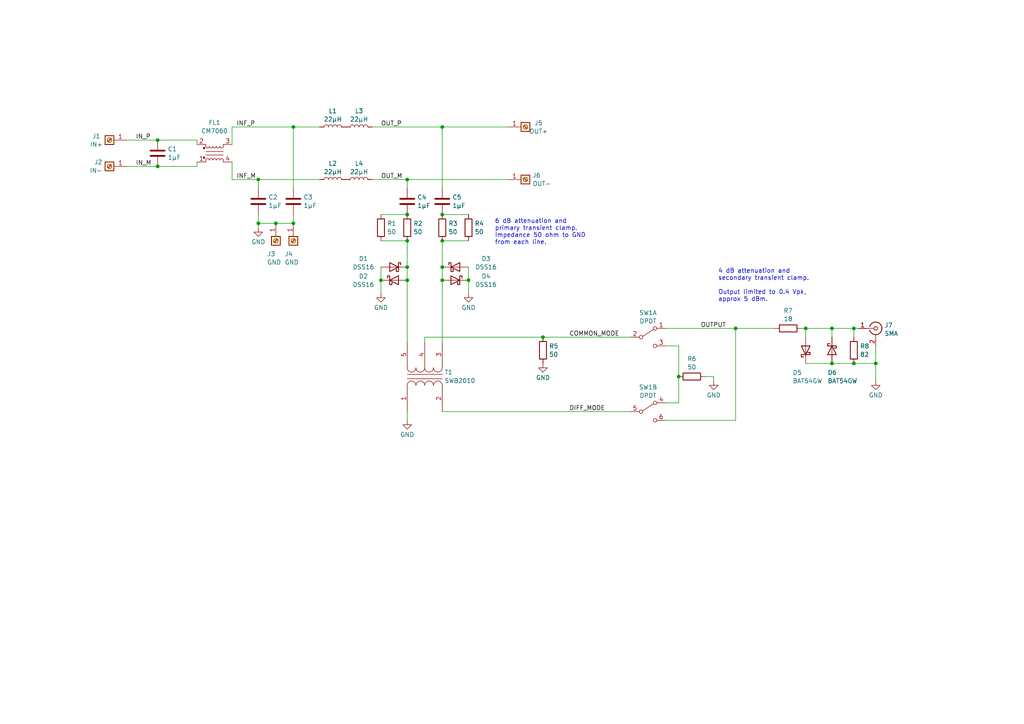
<source format=kicad_sch>
(kicad_sch (version 20230121) (generator eeschema)
  (paper "A4")
  (lib_symbols
    (symbol "Connector:Conn_Coaxial" (pin_names (offset 1.016) hide)
      (property "Reference" "J" (at 0.254 3.048 0))
      (property "Value" "Conn_Coaxial" (at 2.921 0 90))
      (symbol "Conn_Coaxial_0_1"
        (arc (start -1.778 -0.508) (mid 0.2311 -1.8066) (end 1.778 0) (stroke (width 0.254)))
        (polyline (pts (xy -2.54 0) (xy -0.508 0)))
        (polyline (pts (xy 0 -2.54) (xy 0 -1.778)))
        (circle (center 0 0) (radius 0.508) (stroke (width 0.2032)))
        (arc (start 1.778 0) (mid 0.2099 1.8101) (end -1.778 0.508) (stroke (width 0.254)))
      )
      (symbol "Conn_Coaxial_1_1"
        (pin passive line (at -5.08 0 0) (length 2.54) (name "In") (number "1"))
        (pin passive line (at 0 -5.08 90) (length 2.54) (name "Ext") (number "2"))
      )
    )
    (symbol "Connector:Screw_Terminal_01x01" (pin_names (offset 1.016) hide)
      (property "Reference" "J" (at 0 2.54 0))
      (property "Value" "Screw_Terminal_01x01" (at 0 -2.54 0))
      (symbol "Screw_Terminal_01x01_1_1"
        (rectangle (start -1.27 1.27) (end 1.27 -1.27) (stroke (width 0.254)) (fill (type background)))
        (polyline (pts (xy -0.5334 0.3302) (xy 0.3302 -0.508)) (stroke (width 0.1524)))
        (polyline (pts (xy -0.3556 0.508) (xy 0.508 -0.3302)) (stroke (width 0.1524)))
        (circle (center 0 0) (radius 0.635) (stroke (width 0.1524)))
        (pin passive line (at -5.08 0 0) (length 3.81) (name "Pin_1") (number "1"))
      )
    )
    (symbol "Device:C" (pin_numbers hide) (pin_names (offset 0.254))
      (property "Reference" "C" (at 0.635 2.54 0))
      (property "Value" "C" (at 0.635 -2.54 0))
      (symbol "C_0_1"
        (polyline (pts (xy -2.032 -0.762) (xy 2.032 -0.762)) (stroke (width 0.508)))
        (polyline (pts (xy -2.032 0.762) (xy 2.032 0.762)) (stroke (width 0.508)))
      )
      (symbol "C_1_1"
        (pin passive line (at 0 3.81 270) (length 2.794) (name "~") (number "1"))
        (pin passive line (at 0 -3.81 90) (length 2.794) (name "~") (number "2"))
      )
    )
    (symbol "Device:D_Schottky" (pin_numbers hide) (pin_names (offset 1.016) hide)
      (property "Reference" "D" (at 0 2.54 0))
      (property "Value" "D_Schottky" (at 0 -2.54 0))
      (symbol "D_Schottky_0_1"
        (polyline (pts (xy 1.27 0) (xy -1.27 0)))
        (polyline (pts (xy 1.27 1.27) (xy 1.27 -1.27) (xy -1.27 0) (xy 1.27 1.27)) (stroke (width 0.254)))
        (polyline (pts (xy -1.905 0.635) (xy -1.905 1.27) (xy -1.27 1.27) (xy -1.27 -1.27) (xy -0.635 -1.27) (xy -0.635 -0.635)) (stroke (width 0.254)))
      )
      (symbol "D_Schottky_1_1"
        (pin passive line (at -3.81 0 0) (length 2.54) (name "K") (number "1"))
        (pin passive line (at 3.81 0 180) (length 2.54) (name "A") (number "2"))
      )
    )
    (symbol "Device:Filter_EMI_LL_1423" (pin_names hide)
      (property "Reference" "FL" (at 0 4.445 0))
      (property "Value" "Filter_EMI_LL_1423" (at 0 -4.445 0))
      (symbol "Filter_EMI_LL_1423_0_1"
        (circle (center -3.048 -1.27) (radius 0.254) (fill (type outline)))
        (circle (center -3.048 1.524) (radius 0.254) (fill (type outline)))
        (arc (start -2.54 2.032) (mid -2.032 1.5262) (end -1.524 2.032))
        (arc (start -1.524 -2.032) (mid -2.032 -1.5262) (end -2.54 -2.032))
        (arc (start -1.524 2.032) (mid -1.016 1.5262) (end -0.508 2.032))
        (arc (start -0.508 -2.032) (mid -1.016 -1.5262) (end -1.524 -2.032))
        (arc (start -0.508 2.032) (mid 0 1.5262) (end 0.508 2.032))
        (polyline (pts (xy -2.54 -2.032) (xy -2.54 -2.54)))
        (polyline (pts (xy -2.54 0.508) (xy 2.54 0.508)))
        (polyline (pts (xy -2.54 2.032) (xy -2.54 2.54)))
        (polyline (pts (xy 2.54 -2.032) (xy 2.54 -2.54)))
        (polyline (pts (xy 2.54 -0.508) (xy -2.54 -0.508)))
        (polyline (pts (xy 2.54 2.54) (xy 2.54 2.032)))
        (arc (start 0.508 -2.032) (mid 0 -1.5262) (end -0.508 -2.032))
        (arc (start 0.508 2.032) (mid 1.016 1.5262) (end 1.524 2.032))
        (arc (start 1.524 -2.032) (mid 1.016 -1.5262) (end 0.508 -2.032))
        (arc (start 1.524 2.032) (mid 2.032 1.5262) (end 2.54 2.032))
        (arc (start 2.54 -2.032) (mid 2.032 -1.5262) (end 1.524 -2.032))
      )
      (symbol "Filter_EMI_LL_1423_1_1"
        (pin passive line (at -5.08 -2.54 0) (length 2.54) (name "1") (number "1"))
        (pin passive line (at -5.08 2.54 0) (length 2.54) (name "2") (number "2"))
        (pin passive line (at 5.08 2.54 180) (length 2.54) (name "3") (number "3"))
        (pin passive line (at 5.08 -2.54 180) (length 2.54) (name "4") (number "4"))
      )
    )
    (symbol "Device:L" (pin_numbers hide) (pin_names (offset 1.016) hide)
      (property "Reference" "L" (at -1.27 0 90))
      (property "Value" "L" (at 1.905 0 90))
      (symbol "L_0_1"
        (arc (start 0 -2.54) (mid 0.6323 -1.905) (end 0 -1.27))
        (arc (start 0 -1.27) (mid 0.6323 -0.635) (end 0 0))
        (arc (start 0 0) (mid 0.6323 0.635) (end 0 1.27))
        (arc (start 0 1.27) (mid 0.6323 1.905) (end 0 2.54))
      )
      (symbol "L_1_1"
        (pin passive line (at 0 3.81 270) (length 1.27) (name "1") (number "1"))
        (pin passive line (at 0 -3.81 90) (length 1.27) (name "2") (number "2"))
      )
    )
    (symbol "Device:R" (pin_numbers hide) (pin_names (offset 0))
      (property "Reference" "R" (at 2.032 0 90))
      (property "Value" "R" (at 0 0 90))
      (symbol "R_0_1"
        (rectangle (start -1.016 -2.54) (end 1.016 2.54) (stroke (width 0.254)))
      )
      (symbol "R_1_1"
        (pin passive line (at 0 3.81 270) (length 1.27) (name "~") (number "1"))
        (pin passive line (at 0 -3.81 90) (length 1.27) (name "~") (number "2"))
      )
    )
    (symbol "Device:Transformer_1P_SS" (pin_names (offset 1.016) hide)
      (property "Reference" "T" (at 0 6.35 0))
      (property "Value" "Transformer_1P_SS" (at 0 -7.62 0))
      (symbol "Transformer_1P_SS_0_1"
        (arc (start -2.54 -5.0546) (mid -1.6599 -4.6901) (end -1.27 -3.81))
        (arc (start -2.54 -2.5146) (mid -1.6599 -2.1501) (end -1.27 -1.27))
        (arc (start -2.54 0.0254) (mid -1.6599 0.3899) (end -1.27 1.27))
        (arc (start -2.54 2.5654) (mid -1.6599 2.9299) (end -1.27 3.81))
        (arc (start -1.27 -3.81) (mid -1.642 -2.912) (end -2.54 -2.54))
        (arc (start -1.27 -1.27) (mid -1.642 -0.372) (end -2.54 0))
        (arc (start -1.27 1.27) (mid -1.642 2.168) (end -2.54 2.54))
        (arc (start -1.27 3.81) (mid -1.642 4.708) (end -2.54 5.08))
        (polyline (pts (xy -0.635 5.08) (xy -0.635 -5.08)))
        (polyline (pts (xy 0.635 -5.08) (xy 0.635 5.08)))
        (arc (start 1.2954 -1.27) (mid 1.6599 -2.1501) (end 2.54 -2.5146))
        (arc (start 1.2954 1.27) (mid 1.6599 0.3899) (end 2.54 0.0254))
        (arc (start 1.2954 3.81) (mid 1.6599 2.9299) (end 2.54 2.5654))
        (arc (start 1.3208 -3.81) (mid 1.6853 -4.6901) (end 2.5654 -5.0546))
        (arc (start 2.54 0) (mid 1.642 -0.372) (end 1.2954 -1.27))
        (arc (start 2.54 2.54) (mid 1.642 2.168) (end 1.2954 1.27))
        (arc (start 2.54 5.08) (mid 1.642 4.708) (end 1.2954 3.81))
        (arc (start 2.5654 -2.54) (mid 1.6674 -2.912) (end 1.3208 -3.81))
      )
      (symbol "Transformer_1P_SS_1_1"
        (pin passive line (at -10.16 5.08 0) (length 7.62) (name "AA") (number "1"))
        (pin passive line (at -10.16 -5.08 0) (length 7.62) (name "AB") (number "2"))
        (pin passive line (at 10.16 -5.08 180) (length 7.62) (name "SA") (number "3"))
        (pin passive line (at 10.16 0 180) (length 7.62) (name "SC") (number "4"))
        (pin passive line (at 10.16 5.08 180) (length 7.62) (name "SB") (number "5"))
      )
    )
    (symbol "Switch:SW_DPDT_x2" (pin_names (offset 0) hide)
      (property "Reference" "SW" (at 0 4.318 0))
      (property "Value" "SW_DPDT_x2" (at 0 -5.08 0))
      (symbol "SW_DPDT_x2_0_0"
        (circle (center -2.032 0) (radius 0.508))
        (circle (center 2.032 -2.54) (radius 0.508))
      )
      (symbol "SW_DPDT_x2_0_1"
        (polyline (pts (xy -1.524 0.254) (xy 1.651 2.286)))
        (circle (center 2.032 2.54) (radius 0.508))
      )
      (symbol "SW_DPDT_x2_1_1"
        (pin passive line (at 5.08 2.54 180) (length 2.54) (name "A") (number "1"))
        (pin passive line (at -5.08 0 0) (length 2.54) (name "B") (number "2"))
        (pin passive line (at 5.08 -2.54 180) (length 2.54) (name "C") (number "3"))
      )
      (symbol "SW_DPDT_x2_2_1"
        (pin passive line (at 5.08 2.54 180) (length 2.54) (name "A") (number "4"))
        (pin passive line (at -5.08 0 0) (length 2.54) (name "B") (number "5"))
        (pin passive line (at 5.08 -2.54 180) (length 2.54) (name "C") (number "6"))
      )
    )
    (symbol "power:GND" (power) (pin_names (offset 0))
      (property "Value" "GND" (at 0 -3.81 0))
      (symbol "GND_0_1"
        (polyline (pts (xy 0 0) (xy 0 -1.27) (xy 1.27 -1.27) (xy 0 -2.54) (xy -1.27 -1.27) (xy 0 -1.27)))
      )
      (symbol "GND_1_1"
        (pin power_in line (at 0 0 270) (length 0) hide (name "GND") (number "1"))
      )
    )
  )
  (junction (at 213.36 95.25))
  (junction (at 128.27 62.23))
  (junction (at 45.72 48.26))
  (junction (at 74.93 64.77))
  (junction (at 128.27 69.85))
  (junction (at 254 105.41))
  (junction (at 110.49 81.28))
  (junction (at 85.09 64.77))
  (junction (at 118.11 62.23))
  (junction (at 233.68 95.25))
  (junction (at 45.72 40.64))
  (junction (at 157.48 97.79))
  (junction (at 118.11 52.07))
  (junction (at 85.09 36.83))
  (junction (at 247.65 105.41))
  (junction (at 128.27 77.47))
  (junction (at 80.01 64.77))
  (junction (at 118.11 69.85))
  (junction (at 241.3 95.25))
  (junction (at 74.93 52.07))
  (junction (at 247.65 95.25))
  (junction (at 135.89 81.28))
  (junction (at 241.3 105.41))
  (junction (at 118.11 81.28))
  (junction (at 196.85 109.22))
  (junction (at 128.27 81.28))
  (junction (at 128.27 36.83))
  (junction (at 118.11 77.47))
  (wire (pts (xy 128.27 36.83) (xy 147.32 36.83)))
  (wire (pts (xy 107.95 52.07) (xy 118.11 52.07)))
  (wire (pts (xy 74.93 64.77) (xy 74.93 66.04)))
  (wire (pts (xy 232.41 95.25) (xy 233.68 95.25)))
  (wire (pts (xy 67.31 36.83) (xy 85.09 36.83)))
  (wire (pts (xy 118.11 77.47) (xy 118.11 81.28)))
  (wire (pts (xy 85.09 36.83) (xy 92.71 36.83)))
  (wire (pts (xy 128.27 69.85) (xy 128.27 77.47)))
  (wire (pts (xy 135.89 77.47) (xy 135.89 81.28)))
  (wire (pts (xy 128.27 62.23) (xy 135.89 62.23)))
  (wire (pts (xy 247.65 105.41) (xy 254 105.41)))
  (wire (pts (xy 241.3 95.25) (xy 247.65 95.25)))
  (wire (pts (xy 135.89 81.28) (xy 135.89 85.09)))
  (wire (pts (xy 193.04 121.92) (xy 213.36 121.92)))
  (wire (pts (xy 128.27 69.85) (xy 135.89 69.85)))
  (wire (pts (xy 45.72 48.26) (xy 36.83 48.26)))
  (wire (pts (xy 123.19 97.79) (xy 123.19 99.06)))
  (wire (pts (xy 110.49 69.85) (xy 118.11 69.85)))
  (wire (pts (xy 118.11 119.38) (xy 118.11 121.92)))
  (wire (pts (xy 193.04 95.25) (xy 213.36 95.25)))
  (wire (pts (xy 254 110.49) (xy 254 105.41)))
  (wire (pts (xy 207.01 109.22) (xy 204.47 109.22)))
  (wire (pts (xy 45.72 40.64) (xy 57.15 40.64)))
  (wire (pts (xy 118.11 52.07) (xy 118.11 54.61)))
  (wire (pts (xy 157.48 97.79) (xy 123.19 97.79)))
  (wire (pts (xy 247.65 95.25) (xy 248.92 95.25)))
  (wire (pts (xy 118.11 69.85) (xy 118.11 77.47)))
  (wire (pts (xy 57.15 46.99) (xy 57.15 48.26)))
  (wire (pts (xy 107.95 36.83) (xy 128.27 36.83)))
  (wire (pts (xy 80.01 64.77) (xy 85.09 64.77)))
  (wire (pts (xy 233.68 105.41) (xy 241.3 105.41)))
  (wire (pts (xy 74.93 64.77) (xy 80.01 64.77)))
  (wire (pts (xy 67.31 46.99) (xy 67.31 52.07)))
  (wire (pts (xy 247.65 95.25) (xy 247.65 97.79)))
  (wire (pts (xy 196.85 116.84) (xy 193.04 116.84)))
  (wire (pts (xy 74.93 62.23) (xy 74.93 64.77)))
  (wire (pts (xy 128.27 81.28) (xy 128.27 99.06)))
  (wire (pts (xy 207.01 110.49) (xy 207.01 109.22)))
  (wire (pts (xy 118.11 81.28) (xy 118.11 99.06)))
  (wire (pts (xy 67.31 52.07) (xy 74.93 52.07)))
  (wire (pts (xy 110.49 77.47) (xy 110.49 81.28)))
  (wire (pts (xy 233.68 95.25) (xy 233.68 97.79)))
  (wire (pts (xy 241.3 105.41) (xy 247.65 105.41)))
  (wire (pts (xy 213.36 95.25) (xy 213.36 121.92)))
  (wire (pts (xy 233.68 95.25) (xy 241.3 95.25)))
  (wire (pts (xy 85.09 36.83) (xy 85.09 54.61)))
  (wire (pts (xy 57.15 48.26) (xy 45.72 48.26)))
  (wire (pts (xy 36.83 40.64) (xy 45.72 40.64)))
  (wire (pts (xy 128.27 119.38) (xy 182.88 119.38)))
  (wire (pts (xy 85.09 64.77) (xy 85.09 62.23)))
  (wire (pts (xy 193.04 100.33) (xy 196.85 100.33)))
  (wire (pts (xy 74.93 52.07) (xy 92.71 52.07)))
  (wire (pts (xy 254 105.41) (xy 254 100.33)))
  (wire (pts (xy 224.79 95.25) (xy 213.36 95.25)))
  (wire (pts (xy 196.85 100.33) (xy 196.85 109.22)))
  (wire (pts (xy 241.3 95.25) (xy 241.3 97.79)))
  (wire (pts (xy 128.27 36.83) (xy 128.27 54.61)))
  (wire (pts (xy 57.15 40.64) (xy 57.15 41.91)))
  (wire (pts (xy 196.85 109.22) (xy 196.85 116.84)))
  (wire (pts (xy 67.31 41.91) (xy 67.31 36.83)))
  (wire (pts (xy 118.11 52.07) (xy 147.32 52.07)))
  (wire (pts (xy 182.88 97.79) (xy 157.48 97.79)))
  (wire (pts (xy 74.93 52.07) (xy 74.93 54.61)))
  (wire (pts (xy 110.49 81.28) (xy 110.49 85.09)))
  (wire (pts (xy 128.27 77.47) (xy 128.27 81.28)))
  (wire (pts (xy 110.49 62.23) (xy 118.11 62.23)))
  (text "4 dB attenuation and\nsecondary transient clamp.\n\nOutput limited to 0.4 Vpk,\napprox 5 dBm." (at 208.28 87.63 0) (effects (font (size 1.27 1.27)) (justify left bottom)))
  (text "6 dB attenuation and\nprimary transient clamp.\nImpedance 50 ohm to GND\nfrom each line." (at 143.51 71.12 0) (effects (font (size 1.27 1.27)) (justify left bottom)))
  (label "COMMON_MODE" (at 165.1 97.79 0))
  (label "OUT_M" (at 110.49 52.07 0))
  (label "OUT_P" (at 110.49 36.83 0))
  (label "INF_M" (at 68.58 52.07 0))
  (label "IN_P" (at 39.37 40.64 0))
  (label "OUTPUT" (at 203.2 95.25 0))
  (label "INF_P" (at 68.58 36.83 0))
  (label "IN_M" (at 39.37 48.26 0))
  (label "DIFF_MODE" (at 165.1 119.38 0))
  (symbol (lib_id "Connector:Screw_Terminal_01x01") (at 152.4 36.83 0) (unit 1)
    (property "Reference" "J5" (at 156.21 35.6758 0))
    (property "Value" "OUT+" (at 156.21 38.1 0))
    (property "Footprint" "MountingHole:MountingHole_3.7mm_Pad" (effects hide))
  )
  (symbol (lib_id "Switch:SW_DPDT_x2") (at 187.96 97.79 0) (unit 1)
    (property "Reference" "SW1" (at 187.96 90.7247 0))
    (property "Value" "DPDT" (at 187.96 93.1489 0))
    (property "Footprint" "footprints:SW_DPDT_CK_JS202011JCQN" (effects hide))
  )
  (symbol (lib_id "Connector:Screw_Terminal_01x01") (at 152.4 52.07 0) (unit 1)
    (property "Reference" "J6" (at 154.4319 50.8579 0) (effects (justify left)))
    (property "Value" "OUT-" (at 154.4319 53.2821 0) (effects (justify left)))
    (property "Footprint" "MountingHole:MountingHole_3.7mm_Pad" (effects hide))
  )
  (symbol (lib_id "Device:R") (at 118.11 66.04 0) (unit 1)
    (property "Reference" "R2" (at 119.888 64.8279 0) (effects (justify left)))
    (property "Value" "50" (at 119.888 67.2521 0) (effects (justify left)))
    (property "Footprint" "Resistor_SMD:R_0603_1608Metric" (effects hide))
  )
  (symbol (lib_id "power:GND") (at 110.49 85.09 0) (mirror y) (unit 1)
    (property "Reference" "#PWR02" (effects hide))
    (property "Value" "GND" (at 110.49 89.2231 0))
  )
  (symbol (lib_id "Device:C") (at 118.11 58.42 0) (unit 1)
    (property "Reference" "C4" (at 121.031 57.2079 0) (effects (justify left)))
    (property "Value" "1µF" (at 121.031 59.6321 0) (effects (justify left)))
    (property "Footprint" "Capacitor_SMD:C_1210_3225Metric" (effects hide))
  )
  (symbol (lib_id "Connector:Screw_Terminal_01x01") (at 31.75 48.26 0) (mirror y) (unit 1)
    (property "Reference" "J2" (at 29.7181 47.0479 0) (effects (justify left)))
    (property "Value" "IN-" (at 29.7181 49.4721 0) (effects (justify left)))
    (property "Footprint" "footprints:BANANA_JACK_108-0902-001" (effects hide))
  )
  (symbol (lib_id "power:GND") (at 254 110.49 0) (unit 1)
    (property "Reference" "#PWR07" (effects hide))
    (property "Value" "GND" (at 254 114.6231 0))
  )
  (symbol (lib_id "Device:Filter_EMI_LL_1423") (at 62.23 44.45 0) (unit 1)
    (property "Reference" "FL1" (at 62.23 35.56 0))
    (property "Value" "CM7060" (at 62.23 37.9842 0))
    (property "Footprint" "Inductor_SMD:L_CommonModeChoke_TDK_ACM7060" (effects hide))
  )
  (symbol (lib_id "Device:R") (at 228.6 95.25 90) (unit 1)
    (property "Reference" "R7" (at 228.6 90.0897 90))
    (property "Value" "18" (at 228.6 92.5139 90))
    (property "Footprint" "Resistor_SMD:R_0603_1608Metric" (effects hide))
  )
  (symbol (lib_id "Connector:Screw_Terminal_01x01") (at 85.09 69.85 270) (unit 1)
    (property "Reference" "J4" (at 82.55 73.66 90) (effects (justify left)))
    (property "Value" "GND" (at 82.55 76.0842 90) (effects (justify left)))
    (property "Footprint" "MountingHole:MountingHole_3.2mm_M3_Pad" (effects hide))
  )
  (symbol (lib_id "power:GND") (at 135.89 85.09 0) (unit 1)
    (property "Reference" "#PWR04" (effects hide))
    (property "Value" "GND" (at 135.89 89.2231 0))
  )
  (symbol (lib_id "power:GND") (at 157.48 105.41 0) (unit 1)
    (property "Reference" "#PWR05" (effects hide))
    (property "Value" "GND" (at 157.48 109.5431 0))
  )
  (symbol (lib_id "power:GND") (at 74.93 66.04 0) (unit 1)
    (property "Reference" "#PWR01" (effects hide))
    (property "Value" "GND" (at 74.93 70.1731 0))
  )
  (symbol (lib_id "Device:R") (at 157.48 101.6 0) (unit 1)
    (property "Reference" "R5" (at 159.258 100.3879 0) (effects (justify left)))
    (property "Value" "50" (at 159.258 102.8121 0) (effects (justify left)))
    (property "Footprint" "Resistor_SMD:R_0603_1608Metric" (effects hide))
  )
  (symbol (lib_id "Connector:Conn_Coaxial") (at 254 95.25 0) (unit 1)
    (property "Reference" "J7" (at 256.5401 94.3311 0) (effects (justify left)))
    (property "Value" "SMA" (at 256.5401 96.7553 0) (effects (justify left)))
    (property "Footprint" "Connector_Coaxial:SMA_Amphenol_132289_EdgeMount" (effects hide))
    (property "Datasheet" " ~" (effects hide))
  )
  (symbol (lib_id "Device:D_Schottky") (at 114.3 77.47 0) (mirror y) (unit 1)
    (property "Reference" "D1" (at 105.41 75.0458 0))
    (property "Value" "DSS16" (at 105.41 77.47 0))
    (property "Footprint" "Diode_SMD:D_SOD-123" (effects hide))
  )
  (symbol (lib_id "Device:C") (at 74.93 58.42 0) (unit 1)
    (property "Reference" "C2" (at 77.851 57.2079 0) (effects (justify left)))
    (property "Value" "1µF" (at 77.851 59.6321 0) (effects (justify left)))
    (property "Footprint" "Capacitor_SMD:C_1210_3225Metric" (effects hide))
  )
  (symbol (lib_id "Connector:Screw_Terminal_01x01") (at 31.75 40.64 0) (mirror y) (unit 1)
    (property "Reference" "J1" (at 27.94 39.4858 0))
    (property "Value" "IN+" (at 27.94 41.91 0))
    (property "Footprint" "footprints:BANANA_JACK_108-0902-001" (effects hide))
  )
  (symbol (lib_id "Device:D_Schottky") (at 114.3 81.28 0) (unit 1)
    (property "Reference" "D2" (at 105.41 80.1258 0))
    (property "Value" "DSS16" (at 105.41 82.55 0))
    (property "Footprint" "Diode_SMD:D_SOD-123" (effects hide))
  )
  (symbol (lib_id "Device:L") (at 96.52 36.83 90) (unit 1)
    (property "Reference" "L1" (at 96.52 32.1804 90))
    (property "Value" "22µH" (at 96.52 34.6046 90))
    (property "Footprint" "Inductor_SMD:L_Bourns-SRN8040_8x8.15mm" (effects hide))
  )
  (symbol (lib_id "Switch:SW_DPDT_x2") (at 187.96 119.38 0) (unit 2)
    (property "Reference" "SW1" (at 187.96 112.3147 0))
    (property "Value" "DPDT" (at 187.96 114.7389 0))
    (property "Footprint" "footprints:SW_DPDT_CK_JS202011JCQN" (effects hide))
  )
  (symbol (lib_id "Device:D_Schottky") (at 233.68 101.6 90) (unit 1)
    (property "Reference" "D5" (at 229.87 108.0658 90) (effects (justify right)))
    (property "Value" "BAT54GW" (at 229.87 110.49 90) (effects (justify right)))
    (property "Footprint" "Diode_SMD:D_SOD-123" (effects hide))
  )
  (symbol (lib_id "Device:L") (at 104.14 36.83 90) (unit 1)
    (property "Reference" "L3" (at 104.14 32.1804 90))
    (property "Value" "22µH" (at 104.14 34.6046 90))
    (property "Footprint" "Inductor_SMD:L_Bourns-SRN8040_8x8.15mm" (effects hide))
  )
  (symbol (lib_id "Device:R") (at 247.65 101.6 180) (unit 1)
    (property "Reference" "R8" (at 249.428 100.3879 0) (effects (justify right)))
    (property "Value" "82" (at 249.428 102.8121 0) (effects (justify right)))
    (property "Footprint" "Resistor_SMD:R_0603_1608Metric" (effects hide))
  )
  (symbol (lib_id "Device:R") (at 135.89 66.04 0) (unit 1)
    (property "Reference" "R4" (at 137.668 64.8279 0) (effects (justify left)))
    (property "Value" "50" (at 137.668 67.2521 0) (effects (justify left)))
    (property "Footprint" "Resistor_SMD:R_0603_1608Metric" (effects hide))
  )
  (symbol (lib_id "Device:C") (at 85.09 58.42 0) (unit 1)
    (property "Reference" "C3" (at 88.011 57.2079 0) (effects (justify left)))
    (property "Value" "1µF" (at 88.011 59.6321 0) (effects (justify left)))
    (property "Footprint" "Capacitor_SMD:C_1210_3225Metric" (effects hide))
  )
  (symbol (lib_id "Device:C") (at 45.72 44.45 0) (unit 1)
    (property "Reference" "C1" (at 48.641 43.2379 0) (effects (justify left)))
    (property "Value" "1µF" (at 48.641 45.6621 0) (effects (justify left)))
    (property "Footprint" "Capacitor_SMD:C_1210_3225Metric" (effects hide))
  )
  (symbol (lib_id "power:GND") (at 118.11 121.92 0) (unit 1)
    (property "Reference" "#PWR03" (effects hide))
    (property "Value" "GND" (at 118.11 126.0531 0))
  )
  (symbol (lib_id "Device:R") (at 128.27 66.04 0) (unit 1)
    (property "Reference" "R3" (at 130.048 64.8279 0) (effects (justify left)))
    (property "Value" "50" (at 130.048 67.2521 0) (effects (justify left)))
    (property "Footprint" "Resistor_SMD:R_0603_1608Metric" (effects hide))
  )
  (symbol (lib_id "Device:C") (at 128.27 58.42 0) (unit 1)
    (property "Reference" "C5" (at 131.191 57.2079 0) (effects (justify left)))
    (property "Value" "1µF" (at 131.191 59.6321 0) (effects (justify left)))
    (property "Footprint" "Capacitor_SMD:C_1210_3225Metric" (effects hide))
  )
  (symbol (lib_id "Device:L") (at 104.14 52.07 90) (unit 1)
    (property "Reference" "L4" (at 104.14 47.4204 90))
    (property "Value" "22µH" (at 104.14 49.8446 90))
    (property "Footprint" "Inductor_SMD:L_Bourns-SRN8040_8x8.15mm" (effects hide))
  )
  (symbol (lib_id "Connector:Screw_Terminal_01x01") (at 80.01 69.85 270) (unit 1)
    (property "Reference" "J3" (at 77.47 73.66 90) (effects (justify left)))
    (property "Value" "GND" (at 77.47 76.0842 90) (effects (justify left)))
    (property "Footprint" "MountingHole:MountingHole_3.2mm_M3_Pad" (effects hide))
  )
  (symbol (lib_id "Device:D_Schottky") (at 132.08 81.28 0) (mirror y) (unit 1)
    (property "Reference" "D4" (at 140.97 80.1258 0))
    (property "Value" "DSS16" (at 140.97 82.55 0))
    (property "Footprint" "Diode_SMD:D_SOD-123" (effects hide))
  )
  (symbol (lib_id "Device:D_Schottky") (at 241.3 101.6 90) (mirror x) (unit 1)
    (property "Reference" "D6" (at 240.03 108.0658 90) (effects (justify right)))
    (property "Value" "BAT54GW" (at 240.03 110.49 90) (effects (justify right)))
    (property "Footprint" "Diode_SMD:D_SOD-123" (effects hide))
  )
  (symbol (lib_id "Device:R") (at 200.66 109.22 270) (unit 1)
    (property "Reference" "R6" (at 200.66 104.0597 90))
    (property "Value" "50" (at 200.66 106.4839 90))
    (property "Footprint" "Resistor_SMD:R_0603_1608Metric" (effects hide))
  )
  (symbol (lib_id "Device:Transformer_1P_SS") (at 123.19 109.22 90) (unit 1)
    (property "Reference" "T1" (at 128.905 107.9952 90) (effects (justify right)))
    (property "Value" "SWB2010" (at 128.905 110.4194 90) (effects (justify right)))
    (property "Footprint" "footprints:SWB2010-SMLD" (effects hide))
  )
  (symbol (lib_id "Device:R") (at 110.49 66.04 0) (unit 1)
    (property "Reference" "R1" (at 112.268 64.8279 0) (effects (justify left)))
    (property "Value" "50" (at 112.268 67.2521 0) (effects (justify left)))
    (property "Footprint" "Resistor_SMD:R_0603_1608Metric" (effects hide))
  )
  (symbol (lib_id "power:GND") (at 207.01 110.49 0) (unit 1)
    (property "Reference" "#PWR06" (effects hide))
    (property "Value" "GND" (at 207.01 114.6231 0))
  )
  (symbol (lib_id "Device:D_Schottky") (at 132.08 77.47 0) (unit 1)
    (property "Reference" "D3" (at 140.97 75.0458 0))
    (property "Value" "DSS16" (at 140.97 77.47 0))
    (property "Footprint" "Diode_SMD:D_SOD-123" (effects hide))
  )
  (symbol (lib_id "Device:L") (at 96.52 52.07 90) (unit 1)
    (property "Reference" "L2" (at 96.52 47.4204 90))
    (property "Value" "22µH" (at 96.52 49.8446 90))
    (property "Footprint" "Inductor_SMD:L_Bourns-SRN8040_8x8.15mm" (effects hide))
  )
)
</source>
